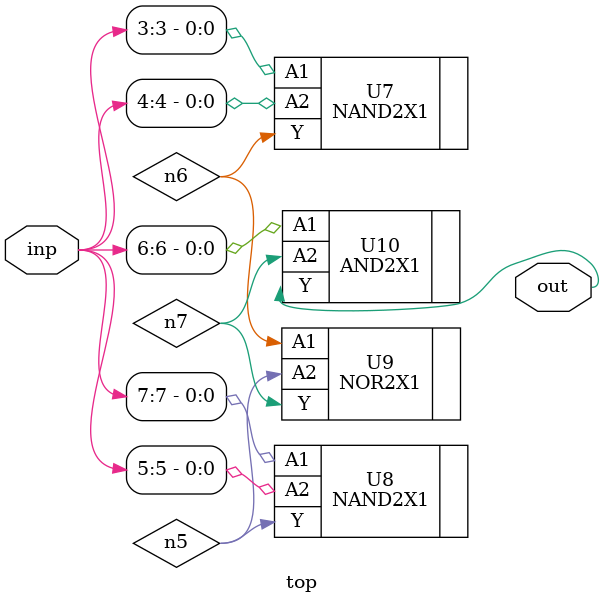
<source format=sv>


module top ( inp, out );
  input [7:0] inp;
  output out;
  wire   n5, n6, n7;

  NAND2X1 U7 ( .A1(inp[3]), .A2(inp[4]), .Y(n6) );
  NAND2X1 U8 ( .A1(inp[7]), .A2(inp[5]), .Y(n5) );
  NOR2X1 U9 ( .A1(n6), .A2(n5), .Y(n7) );
  AND2X1 U10 ( .A1(inp[6]), .A2(n7), .Y(out) );
endmodule


</source>
